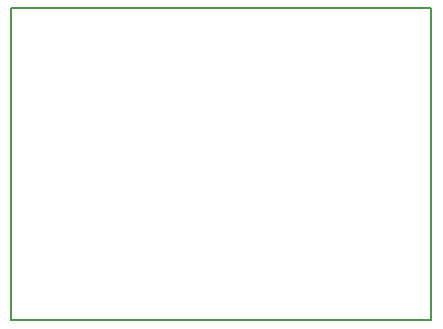
<source format=gbr>
%TF.GenerationSoftware,KiCad,Pcbnew,(6.0.11)*%
%TF.CreationDate,2023-05-29T12:42:38-05:00*%
%TF.ProjectId,LowPassFilter,4c6f7750-6173-4734-9669-6c7465722e6b,rev?*%
%TF.SameCoordinates,Original*%
%TF.FileFunction,Profile,NP*%
%FSLAX46Y46*%
G04 Gerber Fmt 4.6, Leading zero omitted, Abs format (unit mm)*
G04 Created by KiCad (PCBNEW (6.0.11)) date 2023-05-29 12:42:38*
%MOMM*%
%LPD*%
G01*
G04 APERTURE LIST*
%TA.AperFunction,Profile*%
%ADD10C,0.150000*%
%TD*%
G04 APERTURE END LIST*
D10*
X114300000Y-88392000D02*
X149860000Y-88392000D01*
X149860000Y-114808000D02*
X114300000Y-114808000D01*
X114300000Y-114808000D02*
X114300000Y-88392000D01*
X149860000Y-88392000D02*
X149860000Y-114808000D01*
M02*

</source>
